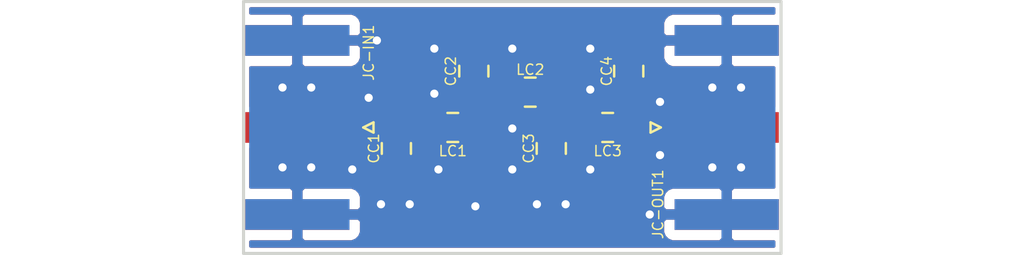
<source format=kicad_pcb>
(kicad_pcb (version 20171130) (host pcbnew "(5.0.1-3-g963ef8bb5)")

  (general
    (thickness 1.6)
    (drawings 4)
    (tracks 35)
    (zones 0)
    (modules 9)
    (nets 6)
  )

  (page A4)
  (layers
    (0 F.Cu signal)
    (31 B.Cu signal)
    (32 B.Adhes user)
    (33 F.Adhes user)
    (34 B.Paste user)
    (35 F.Paste user)
    (36 B.SilkS user)
    (37 F.SilkS user)
    (38 B.Mask user)
    (39 F.Mask user)
    (40 Dwgs.User user)
    (41 Cmts.User user)
    (42 Eco1.User user)
    (43 Eco2.User user)
    (44 Edge.Cuts user)
    (45 Margin user)
    (46 B.CrtYd user)
    (47 F.CrtYd user)
    (48 B.Fab user)
    (49 F.Fab user)
  )

  (setup
    (last_trace_width 0.32)
    (trace_clearance 0.2)
    (zone_clearance 0.2)
    (zone_45_only no)
    (trace_min 0.2)
    (segment_width 0.2)
    (edge_width 0.15)
    (via_size 0.8)
    (via_drill 0.4)
    (via_min_size 0.4)
    (via_min_drill 0.3)
    (uvia_size 0.3)
    (uvia_drill 0.1)
    (uvias_allowed no)
    (uvia_min_size 0.2)
    (uvia_min_drill 0.1)
    (pcb_text_width 0.3)
    (pcb_text_size 1.5 1.5)
    (mod_edge_width 0.15)
    (mod_text_size 1 1)
    (mod_text_width 0.15)
    (pad_size 1 1)
    (pad_drill 0.65)
    (pad_to_mask_clearance 0.051)
    (solder_mask_min_width 0.25)
    (aux_axis_origin 0 0)
    (visible_elements FFFFFF7F)
    (pcbplotparams
      (layerselection 0x010fc_ffffffff)
      (usegerberextensions false)
      (usegerberattributes false)
      (usegerberadvancedattributes false)
      (creategerberjobfile false)
      (excludeedgelayer true)
      (linewidth 0.050000)
      (plotframeref false)
      (viasonmask false)
      (mode 1)
      (useauxorigin false)
      (hpglpennumber 1)
      (hpglpenspeed 20)
      (hpglpendiameter 15.000000)
      (psnegative false)
      (psa4output false)
      (plotreference true)
      (plotvalue true)
      (plotinvisibletext false)
      (padsonsilk false)
      (subtractmaskfromsilk false)
      (outputformat 1)
      (mirror false)
      (drillshape 1)
      (scaleselection 1)
      (outputdirectory ""))
  )

  (net 0 "")
  (net 1 GND)
  (net 2 "Net-(CC1-Pad1)")
  (net 3 "Net-(CC2-Pad1)")
  (net 4 "Net-(CC3-Pad1)")
  (net 5 "Net-(CC4-Pad1)")

  (net_class Default "This is the default net class."
    (clearance 0.2)
    (trace_width 0.32)
    (via_dia 0.8)
    (via_drill 0.4)
    (uvia_dia 0.3)
    (uvia_drill 0.1)
    (add_net GND)
    (add_net "Net-(CC1-Pad1)")
    (add_net "Net-(CC2-Pad1)")
    (add_net "Net-(CC3-Pad1)")
    (add_net "Net-(CC4-Pad1)")
  )

  (module Capacitor_SMD:C_0805_2012Metric_Pad1.15x1.40mm_HandSolder (layer F.Cu) (tedit 5C751925) (tstamp 5C81F0EF)
    (at 100.55 51.875 270)
    (descr "Capacitor SMD 0805 (2012 Metric), square (rectangular) end terminal, IPC_7351 nominal with elongated pad for handsoldering. (Body size source: https://docs.google.com/spreadsheets/d/1BsfQQcO9C6DZCsRaXUlFlo91Tg2WpOkGARC1WS5S8t0/edit?usp=sharing), generated with kicad-footprint-generator")
    (tags "capacitor handsolder")
    (path /5C75DFB2)
    (attr smd)
    (fp_text reference CC1 (at 0 1.1 270) (layer F.SilkS)
      (effects (font (size 0.5 0.5) (thickness 0.07)))
    )
    (fp_text value C (at 0 1.65 270) (layer F.Fab) hide
      (effects (font (size 1 1) (thickness 0.15)))
    )
    (fp_line (start -1 0.6) (end -1 -0.6) (layer F.Fab) (width 0.1))
    (fp_line (start -1 -0.6) (end 1 -0.6) (layer F.Fab) (width 0.1))
    (fp_line (start 1 -0.6) (end 1 0.6) (layer F.Fab) (width 0.1))
    (fp_line (start 1 0.6) (end -1 0.6) (layer F.Fab) (width 0.1))
    (fp_line (start -0.261252 -0.71) (end 0.261252 -0.71) (layer F.SilkS) (width 0.12))
    (fp_line (start -0.261252 0.71) (end 0.261252 0.71) (layer F.SilkS) (width 0.12))
    (fp_line (start -1.85 0.95) (end -1.85 -0.95) (layer F.CrtYd) (width 0.05))
    (fp_line (start -1.85 -0.95) (end 1.85 -0.95) (layer F.CrtYd) (width 0.05))
    (fp_line (start 1.85 -0.95) (end 1.85 0.95) (layer F.CrtYd) (width 0.05))
    (fp_line (start 1.85 0.95) (end -1.85 0.95) (layer F.CrtYd) (width 0.05))
    (fp_text user %R (at 0 0 270) (layer F.Fab) hide
      (effects (font (size 0.5 0.5) (thickness 0.08)))
    )
    (pad 1 smd roundrect (at -1.025 0 270) (size 1.15 1.4) (layers F.Cu F.Paste F.Mask) (roundrect_rratio 0.217391)
      (net 2 "Net-(CC1-Pad1)"))
    (pad 2 smd roundrect (at 1.025 0 270) (size 1.15 1.4) (layers F.Cu F.Paste F.Mask) (roundrect_rratio 0.217391)
      (net 1 GND))
    (model ${KISYS3DMOD}/Capacitor_SMD.3dshapes/C_0805_2012Metric.wrl
      (at (xyz 0 0 0))
      (scale (xyz 1 1 1))
      (rotate (xyz 0 0 0))
    )
  )

  (module Capacitor_SMD:C_0805_2012Metric_Pad1.15x1.40mm_HandSolder (layer F.Cu) (tedit 5C75192D) (tstamp 5C818E90)
    (at 104.325 48.1 90)
    (descr "Capacitor SMD 0805 (2012 Metric), square (rectangular) end terminal, IPC_7351 nominal with elongated pad for handsoldering. (Body size source: https://docs.google.com/spreadsheets/d/1BsfQQcO9C6DZCsRaXUlFlo91Tg2WpOkGARC1WS5S8t0/edit?usp=sharing), generated with kicad-footprint-generator")
    (tags "capacitor handsolder")
    (path /5C75E003)
    (attr smd)
    (fp_text reference CC2 (at 0 -1.125 90) (layer F.SilkS)
      (effects (font (size 0.5 0.5) (thickness 0.07)))
    )
    (fp_text value C (at 0 1.65 90) (layer F.Fab) hide
      (effects (font (size 1 1) (thickness 0.15)))
    )
    (fp_text user %R (at 0 0 90) (layer F.Fab) hide
      (effects (font (size 0.5 0.5) (thickness 0.08)))
    )
    (fp_line (start 1.85 0.95) (end -1.85 0.95) (layer F.CrtYd) (width 0.05))
    (fp_line (start 1.85 -0.95) (end 1.85 0.95) (layer F.CrtYd) (width 0.05))
    (fp_line (start -1.85 -0.95) (end 1.85 -0.95) (layer F.CrtYd) (width 0.05))
    (fp_line (start -1.85 0.95) (end -1.85 -0.95) (layer F.CrtYd) (width 0.05))
    (fp_line (start -0.261252 0.71) (end 0.261252 0.71) (layer F.SilkS) (width 0.12))
    (fp_line (start -0.261252 -0.71) (end 0.261252 -0.71) (layer F.SilkS) (width 0.12))
    (fp_line (start 1 0.6) (end -1 0.6) (layer F.Fab) (width 0.1))
    (fp_line (start 1 -0.6) (end 1 0.6) (layer F.Fab) (width 0.1))
    (fp_line (start -1 -0.6) (end 1 -0.6) (layer F.Fab) (width 0.1))
    (fp_line (start -1 0.6) (end -1 -0.6) (layer F.Fab) (width 0.1))
    (pad 2 smd roundrect (at 1.025 0 90) (size 1.15 1.4) (layers F.Cu F.Paste F.Mask) (roundrect_rratio 0.217391)
      (net 1 GND))
    (pad 1 smd roundrect (at -1.025 0 90) (size 1.15 1.4) (layers F.Cu F.Paste F.Mask) (roundrect_rratio 0.217391)
      (net 3 "Net-(CC2-Pad1)"))
    (model ${KISYS3DMOD}/Capacitor_SMD.3dshapes/C_0805_2012Metric.wrl
      (at (xyz 0 0 0))
      (scale (xyz 1 1 1))
      (rotate (xyz 0 0 0))
    )
  )

  (module Capacitor_SMD:C_0805_2012Metric_Pad1.15x1.40mm_HandSolder (layer F.Cu) (tedit 5C751CEE) (tstamp 5C818EA1)
    (at 108.1 51.875 270)
    (descr "Capacitor SMD 0805 (2012 Metric), square (rectangular) end terminal, IPC_7351 nominal with elongated pad for handsoldering. (Body size source: https://docs.google.com/spreadsheets/d/1BsfQQcO9C6DZCsRaXUlFlo91Tg2WpOkGARC1WS5S8t0/edit?usp=sharing), generated with kicad-footprint-generator")
    (tags "capacitor handsolder")
    (path /5C75E009)
    (attr smd)
    (fp_text reference CC3 (at 0 1.1 270) (layer F.SilkS)
      (effects (font (size 0.5 0.5) (thickness 0.07)))
    )
    (fp_text value C (at 0 1.65 270) (layer F.Fab) hide
      (effects (font (size 1 1) (thickness 0.15)))
    )
    (fp_line (start -1 0.6) (end -1 -0.6) (layer F.Fab) (width 0.1))
    (fp_line (start -1 -0.6) (end 1 -0.6) (layer F.Fab) (width 0.1))
    (fp_line (start 1 -0.6) (end 1 0.6) (layer F.Fab) (width 0.1))
    (fp_line (start 1 0.6) (end -1 0.6) (layer F.Fab) (width 0.1))
    (fp_line (start -0.261252 -0.71) (end 0.261252 -0.71) (layer F.SilkS) (width 0.12))
    (fp_line (start -0.261252 0.71) (end 0.261252 0.71) (layer F.SilkS) (width 0.12))
    (fp_line (start -1.85 0.95) (end -1.85 -0.95) (layer F.CrtYd) (width 0.05))
    (fp_line (start -1.85 -0.95) (end 1.85 -0.95) (layer F.CrtYd) (width 0.05))
    (fp_line (start 1.85 -0.95) (end 1.85 0.95) (layer F.CrtYd) (width 0.05))
    (fp_line (start 1.85 0.95) (end -1.85 0.95) (layer F.CrtYd) (width 0.05))
    (fp_text user %R (at 0 0 270) (layer F.Fab) hide
      (effects (font (size 0.5 0.5) (thickness 0.08)))
    )
    (pad 1 smd roundrect (at -1.025 0 270) (size 1.15 1.4) (layers F.Cu F.Paste F.Mask) (roundrect_rratio 0.217391)
      (net 4 "Net-(CC3-Pad1)"))
    (pad 2 smd roundrect (at 1.025 0 270) (size 1.15 1.4) (layers F.Cu F.Paste F.Mask) (roundrect_rratio 0.217391)
      (net 1 GND))
    (model ${KISYS3DMOD}/Capacitor_SMD.3dshapes/C_0805_2012Metric.wrl
      (at (xyz 0 0 0))
      (scale (xyz 1 1 1))
      (rotate (xyz 0 0 0))
    )
  )

  (module Capacitor_SMD:C_0805_2012Metric_Pad1.15x1.40mm_HandSolder (layer F.Cu) (tedit 5C751949) (tstamp 5C818EB2)
    (at 111.875 48.1 90)
    (descr "Capacitor SMD 0805 (2012 Metric), square (rectangular) end terminal, IPC_7351 nominal with elongated pad for handsoldering. (Body size source: https://docs.google.com/spreadsheets/d/1BsfQQcO9C6DZCsRaXUlFlo91Tg2WpOkGARC1WS5S8t0/edit?usp=sharing), generated with kicad-footprint-generator")
    (tags "capacitor handsolder")
    (path /5C772C29)
    (attr smd)
    (fp_text reference CC4 (at 0 -1.075 90) (layer F.SilkS)
      (effects (font (size 0.5 0.5) (thickness 0.07)))
    )
    (fp_text value C (at 0 1.65 90) (layer F.Fab) hide
      (effects (font (size 1 1) (thickness 0.15)))
    )
    (fp_text user %R (at 0 0 90) (layer F.Fab) hide
      (effects (font (size 0.5 0.5) (thickness 0.08)))
    )
    (fp_line (start 1.85 0.95) (end -1.85 0.95) (layer F.CrtYd) (width 0.05))
    (fp_line (start 1.85 -0.95) (end 1.85 0.95) (layer F.CrtYd) (width 0.05))
    (fp_line (start -1.85 -0.95) (end 1.85 -0.95) (layer F.CrtYd) (width 0.05))
    (fp_line (start -1.85 0.95) (end -1.85 -0.95) (layer F.CrtYd) (width 0.05))
    (fp_line (start -0.261252 0.71) (end 0.261252 0.71) (layer F.SilkS) (width 0.12))
    (fp_line (start -0.261252 -0.71) (end 0.261252 -0.71) (layer F.SilkS) (width 0.12))
    (fp_line (start 1 0.6) (end -1 0.6) (layer F.Fab) (width 0.1))
    (fp_line (start 1 -0.6) (end 1 0.6) (layer F.Fab) (width 0.1))
    (fp_line (start -1 -0.6) (end 1 -0.6) (layer F.Fab) (width 0.1))
    (fp_line (start -1 0.6) (end -1 -0.6) (layer F.Fab) (width 0.1))
    (pad 2 smd roundrect (at 1.025 0 90) (size 1.15 1.4) (layers F.Cu F.Paste F.Mask) (roundrect_rratio 0.217391)
      (net 1 GND))
    (pad 1 smd roundrect (at -1.025 0 90) (size 1.15 1.4) (layers F.Cu F.Paste F.Mask) (roundrect_rratio 0.217391)
      (net 5 "Net-(CC4-Pad1)"))
    (model ${KISYS3DMOD}/Capacitor_SMD.3dshapes/C_0805_2012Metric.wrl
      (at (xyz 0 0 0))
      (scale (xyz 1 1 1))
      (rotate (xyz 0 0 0))
    )
  )

  (module Connector_Coaxial:SMA_Amphenol_132289_EdgeMount (layer F.Cu) (tedit 5C7518E5) (tstamp 5C81CF46)
    (at 95.725 50.85 180)
    (descr http://www.amphenolrf.com/132289.html)
    (tags SMA)
    (path /5C75DFA6)
    (attr smd)
    (fp_text reference JC-IN1 (at -3.475 3.65 270) (layer F.SilkS)
      (effects (font (size 0.5 0.5) (thickness 0.07)))
    )
    (fp_text value Conn_Coaxial (at 5 6 180) (layer F.Fab) hide
      (effects (font (size 1 1) (thickness 0.15)))
    )
    (fp_line (start -3.71 0.25) (end -3.21 0) (layer F.SilkS) (width 0.12))
    (fp_line (start -3.71 -0.25) (end -3.71 0.25) (layer F.SilkS) (width 0.12))
    (fp_line (start -3.21 0) (end -3.71 -0.25) (layer F.SilkS) (width 0.12))
    (fp_line (start 3.54 0) (end 2.54 0.75) (layer F.Fab) (width 0.1))
    (fp_line (start 2.54 -0.75) (end 3.54 0) (layer F.Fab) (width 0.1))
    (fp_text user %R (at 4.79 0 90) (layer F.Fab) hide
      (effects (font (size 1 1) (thickness 0.15)))
    )
    (fp_line (start 14.47 -5.58) (end -3.04 -5.58) (layer F.CrtYd) (width 0.05))
    (fp_line (start 14.47 -5.58) (end 14.47 5.58) (layer F.CrtYd) (width 0.05))
    (fp_line (start 14.47 5.58) (end -3.04 5.58) (layer F.CrtYd) (width 0.05))
    (fp_line (start -3.04 5.58) (end -3.04 -5.58) (layer F.CrtYd) (width 0.05))
    (fp_line (start 14.47 -5.58) (end -3.04 -5.58) (layer B.CrtYd) (width 0.05))
    (fp_line (start 14.47 -5.58) (end 14.47 5.58) (layer B.CrtYd) (width 0.05))
    (fp_line (start 14.47 5.58) (end -3.04 5.58) (layer B.CrtYd) (width 0.05))
    (fp_line (start -3.04 5.58) (end -3.04 -5.58) (layer B.CrtYd) (width 0.05))
    (fp_line (start 4.445 -3.81) (end 13.97 -3.81) (layer F.Fab) (width 0.1))
    (fp_line (start 13.97 -3.81) (end 13.97 3.81) (layer F.Fab) (width 0.1))
    (fp_line (start 13.97 3.81) (end 4.445 3.81) (layer F.Fab) (width 0.1))
    (fp_line (start 4.445 5.08) (end 4.445 3.81) (layer F.Fab) (width 0.1))
    (fp_line (start 4.445 -3.81) (end 4.445 -5.08) (layer F.Fab) (width 0.1))
    (fp_line (start -1.91 -5.08) (end 4.445 -5.08) (layer F.Fab) (width 0.1))
    (fp_line (start -1.91 -5.08) (end -1.91 -3.81) (layer F.Fab) (width 0.1))
    (fp_line (start -1.91 -3.81) (end 2.54 -3.81) (layer F.Fab) (width 0.1))
    (fp_line (start 2.54 -3.81) (end 2.54 3.81) (layer F.Fab) (width 0.1))
    (fp_line (start 2.54 3.81) (end -1.91 3.81) (layer F.Fab) (width 0.1))
    (fp_line (start -1.91 3.81) (end -1.91 5.08) (layer F.Fab) (width 0.1))
    (fp_line (start -1.91 5.08) (end 4.445 5.08) (layer F.Fab) (width 0.1))
    (pad 2 smd rect (at 0 4.25 270) (size 1.5 5.08) (layers B.Cu B.Paste B.Mask)
      (net 1 GND))
    (pad 2 smd rect (at 0 -4.25 270) (size 1.5 5.08) (layers B.Cu B.Paste B.Mask)
      (net 1 GND))
    (pad 2 smd rect (at 0 4.25 270) (size 1.5 5.08) (layers F.Cu F.Paste F.Mask)
      (net 1 GND))
    (pad 2 smd rect (at 0 -4.25 270) (size 1.5 5.08) (layers F.Cu F.Paste F.Mask)
      (net 1 GND))
    (pad 1 smd rect (at 0 0 270) (size 1.5 5.08) (layers F.Cu F.Paste F.Mask)
      (net 2 "Net-(CC1-Pad1)"))
    (model ${KISYS3DMOD}/Connector_Coaxial.3dshapes/SMA_Amphenol_132289_EdgeMount.wrl
      (at (xyz 0 0 0))
      (scale (xyz 1 1 1))
      (rotate (xyz 0 0 0))
    )
  )

  (module Connector_Coaxial:SMA_Amphenol_132289_EdgeMount (layer F.Cu) (tedit 5C751956) (tstamp 5C81FB15)
    (at 116.65 50.85)
    (descr http://www.amphenolrf.com/132289.html)
    (tags SMA)
    (path /5C75DFCA)
    (attr smd)
    (fp_text reference JC-OUT1 (at -3.35 3.75 90) (layer F.SilkS)
      (effects (font (size 0.5 0.5) (thickness 0.07)))
    )
    (fp_text value Conn_Coaxial (at 5 6) (layer F.Fab) hide
      (effects (font (size 1 1) (thickness 0.15)))
    )
    (fp_line (start -1.91 5.08) (end 4.445 5.08) (layer F.Fab) (width 0.1))
    (fp_line (start -1.91 3.81) (end -1.91 5.08) (layer F.Fab) (width 0.1))
    (fp_line (start 2.54 3.81) (end -1.91 3.81) (layer F.Fab) (width 0.1))
    (fp_line (start 2.54 -3.81) (end 2.54 3.81) (layer F.Fab) (width 0.1))
    (fp_line (start -1.91 -3.81) (end 2.54 -3.81) (layer F.Fab) (width 0.1))
    (fp_line (start -1.91 -5.08) (end -1.91 -3.81) (layer F.Fab) (width 0.1))
    (fp_line (start -1.91 -5.08) (end 4.445 -5.08) (layer F.Fab) (width 0.1))
    (fp_line (start 4.445 -3.81) (end 4.445 -5.08) (layer F.Fab) (width 0.1))
    (fp_line (start 4.445 5.08) (end 4.445 3.81) (layer F.Fab) (width 0.1))
    (fp_line (start 13.97 3.81) (end 4.445 3.81) (layer F.Fab) (width 0.1))
    (fp_line (start 13.97 -3.81) (end 13.97 3.81) (layer F.Fab) (width 0.1))
    (fp_line (start 4.445 -3.81) (end 13.97 -3.81) (layer F.Fab) (width 0.1))
    (fp_line (start -3.04 5.58) (end -3.04 -5.58) (layer B.CrtYd) (width 0.05))
    (fp_line (start 14.47 5.58) (end -3.04 5.58) (layer B.CrtYd) (width 0.05))
    (fp_line (start 14.47 -5.58) (end 14.47 5.58) (layer B.CrtYd) (width 0.05))
    (fp_line (start 14.47 -5.58) (end -3.04 -5.58) (layer B.CrtYd) (width 0.05))
    (fp_line (start -3.04 5.58) (end -3.04 -5.58) (layer F.CrtYd) (width 0.05))
    (fp_line (start 14.47 5.58) (end -3.04 5.58) (layer F.CrtYd) (width 0.05))
    (fp_line (start 14.47 -5.58) (end 14.47 5.58) (layer F.CrtYd) (width 0.05))
    (fp_line (start 14.47 -5.58) (end -3.04 -5.58) (layer F.CrtYd) (width 0.05))
    (fp_text user %R (at 4.79 0 -90) (layer F.Fab) hide
      (effects (font (size 1 1) (thickness 0.15)))
    )
    (fp_line (start 2.54 -0.75) (end 3.54 0) (layer F.Fab) (width 0.1))
    (fp_line (start 3.54 0) (end 2.54 0.75) (layer F.Fab) (width 0.1))
    (fp_line (start -3.21 0) (end -3.71 -0.25) (layer F.SilkS) (width 0.12))
    (fp_line (start -3.71 -0.25) (end -3.71 0.25) (layer F.SilkS) (width 0.12))
    (fp_line (start -3.71 0.25) (end -3.21 0) (layer F.SilkS) (width 0.12))
    (pad 1 smd rect (at 0 0 90) (size 1.5 5.08) (layers F.Cu F.Paste F.Mask)
      (net 5 "Net-(CC4-Pad1)"))
    (pad 2 smd rect (at 0 -4.25 90) (size 1.5 5.08) (layers F.Cu F.Paste F.Mask)
      (net 1 GND))
    (pad 2 smd rect (at 0 4.25 90) (size 1.5 5.08) (layers F.Cu F.Paste F.Mask)
      (net 1 GND))
    (pad 2 smd rect (at 0 -4.25 90) (size 1.5 5.08) (layers B.Cu B.Paste B.Mask)
      (net 1 GND))
    (pad 2 smd rect (at 0 4.25 90) (size 1.5 5.08) (layers B.Cu B.Paste B.Mask)
      (net 1 GND))
    (model ${KISYS3DMOD}/Connector_Coaxial.3dshapes/SMA_Amphenol_132289_EdgeMount.wrl
      (at (xyz 0 0 0))
      (scale (xyz 1 1 1))
      (rotate (xyz 0 0 0))
    )
  )

  (module Inductor_SMD:L_0805_2012Metric_Pad1.15x1.40mm_HandSolder (layer F.Cu) (tedit 5C751CD6) (tstamp 5C818FB5)
    (at 103.3 50.85)
    (descr "Capacitor SMD 0805 (2012 Metric), square (rectangular) end terminal, IPC_7351 nominal with elongated pad for handsoldering. (Body size source: https://docs.google.com/spreadsheets/d/1BsfQQcO9C6DZCsRaXUlFlo91Tg2WpOkGARC1WS5S8t0/edit?usp=sharing), generated with kicad-footprint-generator")
    (tags "inductor handsolder")
    (path /5C75DFBE)
    (attr smd)
    (fp_text reference LC1 (at 0 1.15) (layer F.SilkS)
      (effects (font (size 0.5 0.5) (thickness 0.07)))
    )
    (fp_text value L (at 0 1.65) (layer F.Fab) hide
      (effects (font (size 1 1) (thickness 0.15)))
    )
    (fp_line (start -1 0.6) (end -1 -0.6) (layer F.Fab) (width 0.1))
    (fp_line (start -1 -0.6) (end 1 -0.6) (layer F.Fab) (width 0.1))
    (fp_line (start 1 -0.6) (end 1 0.6) (layer F.Fab) (width 0.1))
    (fp_line (start 1 0.6) (end -1 0.6) (layer F.Fab) (width 0.1))
    (fp_line (start -0.261252 -0.71) (end 0.261252 -0.71) (layer F.SilkS) (width 0.12))
    (fp_line (start -0.261252 0.71) (end 0.261252 0.71) (layer F.SilkS) (width 0.12))
    (fp_line (start -1.85 0.95) (end -1.85 -0.95) (layer F.CrtYd) (width 0.05))
    (fp_line (start -1.85 -0.95) (end 1.85 -0.95) (layer F.CrtYd) (width 0.05))
    (fp_line (start 1.85 -0.95) (end 1.85 0.95) (layer F.CrtYd) (width 0.05))
    (fp_line (start 1.85 0.95) (end -1.85 0.95) (layer F.CrtYd) (width 0.05))
    (fp_text user %R (at 0 0) (layer F.Fab) hide
      (effects (font (size 0.5 0.5) (thickness 0.08)))
    )
    (pad 1 smd roundrect (at -1.025 0) (size 1.15 1.4) (layers F.Cu F.Paste F.Mask) (roundrect_rratio 0.217391)
      (net 2 "Net-(CC1-Pad1)"))
    (pad 2 smd roundrect (at 1.025 0) (size 1.15 1.4) (layers F.Cu F.Paste F.Mask) (roundrect_rratio 0.217391)
      (net 3 "Net-(CC2-Pad1)"))
    (model ${KISYS3DMOD}/Inductor_SMD.3dshapes/L_0805_2012Metric.wrl
      (at (xyz 0 0 0))
      (scale (xyz 1 1 1))
      (rotate (xyz 0 0 0))
    )
  )

  (module Inductor_SMD:L_0805_2012Metric_Pad1.15x1.40mm_HandSolder (layer F.Cu) (tedit 5C751938) (tstamp 5C818FC6)
    (at 107.075 49.125)
    (descr "Capacitor SMD 0805 (2012 Metric), square (rectangular) end terminal, IPC_7351 nominal with elongated pad for handsoldering. (Body size source: https://docs.google.com/spreadsheets/d/1BsfQQcO9C6DZCsRaXUlFlo91Tg2WpOkGARC1WS5S8t0/edit?usp=sharing), generated with kicad-footprint-generator")
    (tags "inductor handsolder")
    (path /5C75E00F)
    (attr smd)
    (fp_text reference LC2 (at 0 -1.1) (layer F.SilkS)
      (effects (font (size 0.5 0.5) (thickness 0.07)))
    )
    (fp_text value L (at 0 1.65) (layer F.Fab) hide
      (effects (font (size 1 1) (thickness 0.15)))
    )
    (fp_text user %R (at 0 0) (layer F.Fab) hide
      (effects (font (size 0.5 0.5) (thickness 0.08)))
    )
    (fp_line (start 1.85 0.95) (end -1.85 0.95) (layer F.CrtYd) (width 0.05))
    (fp_line (start 1.85 -0.95) (end 1.85 0.95) (layer F.CrtYd) (width 0.05))
    (fp_line (start -1.85 -0.95) (end 1.85 -0.95) (layer F.CrtYd) (width 0.05))
    (fp_line (start -1.85 0.95) (end -1.85 -0.95) (layer F.CrtYd) (width 0.05))
    (fp_line (start -0.261252 0.71) (end 0.261252 0.71) (layer F.SilkS) (width 0.12))
    (fp_line (start -0.261252 -0.71) (end 0.261252 -0.71) (layer F.SilkS) (width 0.12))
    (fp_line (start 1 0.6) (end -1 0.6) (layer F.Fab) (width 0.1))
    (fp_line (start 1 -0.6) (end 1 0.6) (layer F.Fab) (width 0.1))
    (fp_line (start -1 -0.6) (end 1 -0.6) (layer F.Fab) (width 0.1))
    (fp_line (start -1 0.6) (end -1 -0.6) (layer F.Fab) (width 0.1))
    (pad 2 smd roundrect (at 1.025 0) (size 1.15 1.4) (layers F.Cu F.Paste F.Mask) (roundrect_rratio 0.217391)
      (net 4 "Net-(CC3-Pad1)"))
    (pad 1 smd roundrect (at -1.025 0) (size 1.15 1.4) (layers F.Cu F.Paste F.Mask) (roundrect_rratio 0.217391)
      (net 3 "Net-(CC2-Pad1)"))
    (model ${KISYS3DMOD}/Inductor_SMD.3dshapes/L_0805_2012Metric.wrl
      (at (xyz 0 0 0))
      (scale (xyz 1 1 1))
      (rotate (xyz 0 0 0))
    )
  )

  (module Inductor_SMD:L_0805_2012Metric_Pad1.15x1.40mm_HandSolder (layer F.Cu) (tedit 5C751CDB) (tstamp 5C818FD7)
    (at 110.85 50.85)
    (descr "Capacitor SMD 0805 (2012 Metric), square (rectangular) end terminal, IPC_7351 nominal with elongated pad for handsoldering. (Body size source: https://docs.google.com/spreadsheets/d/1BsfQQcO9C6DZCsRaXUlFlo91Tg2WpOkGARC1WS5S8t0/edit?usp=sharing), generated with kicad-footprint-generator")
    (tags "inductor handsolder")
    (path /5C75E01C)
    (attr smd)
    (fp_text reference LC3 (at 0 1.15) (layer F.SilkS)
      (effects (font (size 0.5 0.5) (thickness 0.07)))
    )
    (fp_text value L (at 0 1.65) (layer F.Fab) hide
      (effects (font (size 1 1) (thickness 0.15)))
    )
    (fp_line (start -1 0.6) (end -1 -0.6) (layer F.Fab) (width 0.1))
    (fp_line (start -1 -0.6) (end 1 -0.6) (layer F.Fab) (width 0.1))
    (fp_line (start 1 -0.6) (end 1 0.6) (layer F.Fab) (width 0.1))
    (fp_line (start 1 0.6) (end -1 0.6) (layer F.Fab) (width 0.1))
    (fp_line (start -0.261252 -0.71) (end 0.261252 -0.71) (layer F.SilkS) (width 0.12))
    (fp_line (start -0.261252 0.71) (end 0.261252 0.71) (layer F.SilkS) (width 0.12))
    (fp_line (start -1.85 0.95) (end -1.85 -0.95) (layer F.CrtYd) (width 0.05))
    (fp_line (start -1.85 -0.95) (end 1.85 -0.95) (layer F.CrtYd) (width 0.05))
    (fp_line (start 1.85 -0.95) (end 1.85 0.95) (layer F.CrtYd) (width 0.05))
    (fp_line (start 1.85 0.95) (end -1.85 0.95) (layer F.CrtYd) (width 0.05))
    (fp_text user %R (at 0 0) (layer F.Fab) hide
      (effects (font (size 0.5 0.5) (thickness 0.08)))
    )
    (pad 1 smd roundrect (at -1.025 0) (size 1.15 1.4) (layers F.Cu F.Paste F.Mask) (roundrect_rratio 0.217391)
      (net 4 "Net-(CC3-Pad1)"))
    (pad 2 smd roundrect (at 1.025 0) (size 1.15 1.4) (layers F.Cu F.Paste F.Mask) (roundrect_rratio 0.217391)
      (net 5 "Net-(CC4-Pad1)"))
    (model ${KISYS3DMOD}/Inductor_SMD.3dshapes/L_0805_2012Metric.wrl
      (at (xyz 0 0 0))
      (scale (xyz 1 1 1))
      (rotate (xyz 0 0 0))
    )
  )

  (gr_line (start 93.1 57) (end 119.3 57) (layer Edge.Cuts) (width 0.15) (tstamp 5C756180))
  (gr_line (start 93.1 44.7) (end 119.3 44.7) (layer Edge.Cuts) (width 0.15) (tstamp 5C81E4E6))
  (gr_line (start 93.1 44.7) (end 93.1 57) (layer Edge.Cuts) (width 0.15) (tstamp 5C81E4E2))
  (gr_line (start 119.3 57) (end 119.3 44.7) (layer Edge.Cuts) (width 0.15) (tstamp 5C81DD20))

  (via (at 96.4 48.9) (size 0.8) (drill 0.4) (layers F.Cu B.Cu) (net 1) (tstamp 5C81E0EA))
  (via (at 95 48.9) (size 0.8) (drill 0.4) (layers F.Cu B.Cu) (net 1) (tstamp 5C81E0EB))
  (via (at 95 52.8) (size 0.8) (drill 0.4) (layers F.Cu B.Cu) (net 1) (tstamp 5C81E0F4))
  (via (at 96.4 52.8) (size 0.8) (drill 0.4) (layers F.Cu B.Cu) (net 1) (tstamp 5C81E0F5))
  (via (at 115.95 48.9) (size 0.8) (drill 0.4) (layers F.Cu B.Cu) (net 1) (tstamp 5C81FAF1))
  (via (at 117.35 48.9) (size 0.8) (drill 0.4) (layers F.Cu B.Cu) (net 1) (tstamp 5C81FAEE))
  (via (at 115.95 52.8) (size 0.8) (drill 0.4) (layers F.Cu B.Cu) (net 1) (tstamp 5C81FAE8))
  (via (at 117.35 52.8) (size 0.8) (drill 0.4) (layers F.Cu B.Cu) (net 1) (tstamp 5C81FAEB))
  (via (at 98.4 52.9) (size 0.8) (drill 0.4) (layers F.Cu B.Cu) (net 1) (tstamp 5C81E143))
  (via (at 102.4 47) (size 0.8) (drill 0.4) (layers F.Cu B.Cu) (net 1) (tstamp 5C81E131))
  (via (at 102.6 52.9) (size 0.8) (drill 0.4) (layers F.Cu B.Cu) (net 1) (tstamp 5C81FD3D))
  (via (at 106.2 52.9) (size 0.8) (drill 0.4) (layers F.Cu B.Cu) (net 1) (tstamp 5C81FD3F))
  (via (at 110 52.9) (size 0.8) (drill 0.4) (layers F.Cu B.Cu) (net 1) (tstamp 5C81FD41))
  (via (at 106.2 47) (size 0.8) (drill 0.4) (layers F.Cu B.Cu) (net 1) (tstamp 5C81FD43))
  (via (at 110 47) (size 0.8) (drill 0.4) (layers F.Cu B.Cu) (net 1) (tstamp 5C81FD45))
  (via (at 101.2 54.6) (size 0.8) (drill 0.4) (layers F.Cu B.Cu) (net 1) (tstamp 5C81FD91))
  (via (at 99.8 54.6) (size 0.8) (drill 0.4) (layers F.Cu B.Cu) (net 1) (tstamp 5C81FD92))
  (via (at 99.2 49.4) (size 0.8) (drill 0.4) (layers F.Cu B.Cu) (net 1) (tstamp 5C81FDC4))
  (via (at 102.4 49.2) (size 0.8) (drill 0.4) (layers F.Cu B.Cu) (net 1) (tstamp 5C81FDC6))
  (via (at 108.8 54.6) (size 0.8) (drill 0.4) (layers F.Cu B.Cu) (net 1) (tstamp 5C81FDD1))
  (via (at 107.4 54.6) (size 0.8) (drill 0.4) (layers F.Cu B.Cu) (net 1) (tstamp 5C81FDD2))
  (via (at 113.4 49.6) (size 0.8) (drill 0.4) (layers F.Cu B.Cu) (net 1) (tstamp 5C81FDDA))
  (via (at 113.4 52.2) (size 0.8) (drill 0.4) (layers F.Cu B.Cu) (net 1) (tstamp 5C81FDDC))
  (via (at 112.9 55.1) (size 0.8) (drill 0.4) (layers F.Cu B.Cu) (net 1) (tstamp 5C81FDDE))
  (via (at 110 49) (size 0.8) (drill 0.4) (layers F.Cu B.Cu) (net 1) (tstamp 5C81FFE2))
  (via (at 106.2 50.9) (size 0.8) (drill 0.4) (layers F.Cu B.Cu) (net 1) (tstamp 5C81FFE4))
  (via (at 104.4 54.7) (size 0.8) (drill 0.4) (layers F.Cu B.Cu) (net 1) (tstamp 5C75612E))
  (via (at 99.6 46.6) (size 0.8) (drill 0.4) (layers F.Cu B.Cu) (net 1) (tstamp 5C756154))
  (segment (start 95.725 50.85) (end 102.275 50.85) (width 0.32) (layer F.Cu) (net 2))
  (segment (start 104.325 50.85) (end 104.325 49.125) (width 0.32) (layer F.Cu) (net 3))
  (segment (start 106.05 49.125) (end 104.325 49.125) (width 0.32) (layer F.Cu) (net 3))
  (segment (start 108.1 49.125) (end 108.1 50.85) (width 0.32) (layer F.Cu) (net 4))
  (segment (start 109.825 50.85) (end 108.1 50.85) (width 0.32) (layer F.Cu) (net 4))
  (segment (start 111.875 49.125) (end 111.875 50.85) (width 0.32) (layer F.Cu) (net 5))
  (segment (start 116.65 50.85) (end 111.875 50.85) (width 0.32) (layer F.Cu) (net 5))

  (zone (net 1) (net_name GND) (layer F.Cu) (tstamp 5C81DD2A) (hatch edge 0.508)
    (connect_pads (clearance 0.2))
    (min_thickness 0.15)
    (fill yes (arc_segments 16) (thermal_gap 0.508) (thermal_bridge_width 0.508))
    (polygon
      (pts
        (xy 93.1 44.7) (xy 93.1 57) (xy 119.3 57) (xy 119.3 44.7)
      )
    )
    (filled_polygon
      (pts
        (xy 118.950001 45.267) (xy 116.97475 45.267) (xy 116.829 45.41275) (xy 116.829 46.421) (xy 116.849 46.421)
        (xy 116.849 46.779) (xy 116.829 46.779) (xy 116.829 47.78725) (xy 116.97475 47.933) (xy 118.950001 47.933)
        (xy 118.950001 49.819613) (xy 114.11 49.819613) (xy 114.002701 49.840956) (xy 113.911736 49.901736) (xy 113.850956 49.992701)
        (xy 113.829613 50.1) (xy 113.829613 50.415) (xy 112.730387 50.415) (xy 112.730387 50.399999) (xy 112.690014 50.197029)
        (xy 112.575041 50.024959) (xy 112.466277 49.952286) (xy 112.527971 49.940014) (xy 112.700041 49.825041) (xy 112.815014 49.652971)
        (xy 112.855387 49.450001) (xy 112.855387 48.799999) (xy 112.815014 48.597029) (xy 112.700041 48.424959) (xy 112.527971 48.309986)
        (xy 112.325001 48.269613) (xy 111.424999 48.269613) (xy 111.222029 48.309986) (xy 111.049959 48.424959) (xy 110.934986 48.597029)
        (xy 110.894613 48.799999) (xy 110.894613 49.450001) (xy 110.934986 49.652971) (xy 111.049959 49.825041) (xy 111.222029 49.940014)
        (xy 111.283723 49.952286) (xy 111.174959 50.024959) (xy 111.059986 50.197029) (xy 111.019613 50.399999) (xy 111.019613 51.300001)
        (xy 111.059986 51.502971) (xy 111.174959 51.675041) (xy 111.347029 51.790014) (xy 111.549999 51.830387) (xy 112.200001 51.830387)
        (xy 112.402971 51.790014) (xy 112.575041 51.675041) (xy 112.690014 51.502971) (xy 112.730387 51.300001) (xy 112.730387 51.285)
        (xy 113.829613 51.285) (xy 113.829613 51.6) (xy 113.850956 51.707299) (xy 113.911736 51.798264) (xy 114.002701 51.859044)
        (xy 114.11 51.880387) (xy 118.95 51.880387) (xy 118.95 53.767) (xy 116.97475 53.767) (xy 116.829 53.91275)
        (xy 116.829 54.921) (xy 116.849 54.921) (xy 116.849 55.279) (xy 116.829 55.279) (xy 116.829 56.28725)
        (xy 116.97475 56.433) (xy 118.95 56.433) (xy 118.95 56.65) (xy 93.45 56.65) (xy 93.45 56.433)
        (xy 95.40025 56.433) (xy 95.546 56.28725) (xy 95.546 55.279) (xy 95.904 55.279) (xy 95.904 56.28725)
        (xy 96.04975 56.433) (xy 98.380966 56.433) (xy 98.595243 56.344244) (xy 98.759244 56.180243) (xy 98.848 55.965966)
        (xy 98.848 55.42475) (xy 113.527 55.42475) (xy 113.527 55.965966) (xy 113.615756 56.180243) (xy 113.779757 56.344244)
        (xy 113.994034 56.433) (xy 116.32525 56.433) (xy 116.471 56.28725) (xy 116.471 55.279) (xy 113.67275 55.279)
        (xy 113.527 55.42475) (xy 98.848 55.42475) (xy 98.70225 55.279) (xy 95.904 55.279) (xy 95.546 55.279)
        (xy 95.526 55.279) (xy 95.526 54.921) (xy 95.546 54.921) (xy 95.546 53.91275) (xy 95.904 53.91275)
        (xy 95.904 54.921) (xy 98.70225 54.921) (xy 98.848 54.77525) (xy 98.848 54.234034) (xy 113.527 54.234034)
        (xy 113.527 54.77525) (xy 113.67275 54.921) (xy 116.471 54.921) (xy 116.471 53.91275) (xy 116.32525 53.767)
        (xy 113.994034 53.767) (xy 113.779757 53.855756) (xy 113.615756 54.019757) (xy 113.527 54.234034) (xy 98.848 54.234034)
        (xy 98.759244 54.019757) (xy 98.595243 53.855756) (xy 98.380966 53.767) (xy 96.04975 53.767) (xy 95.904 53.91275)
        (xy 95.546 53.91275) (xy 95.40025 53.767) (xy 93.45 53.767) (xy 93.45 53.22475) (xy 99.267 53.22475)
        (xy 99.267 53.590966) (xy 99.355756 53.805243) (xy 99.519757 53.969244) (xy 99.734034 54.058) (xy 100.22525 54.058)
        (xy 100.371 53.91225) (xy 100.371 53.079) (xy 100.729 53.079) (xy 100.729 53.91225) (xy 100.87475 54.058)
        (xy 101.365966 54.058) (xy 101.580243 53.969244) (xy 101.744244 53.805243) (xy 101.833 53.590966) (xy 101.833 53.22475)
        (xy 106.817 53.22475) (xy 106.817 53.590966) (xy 106.905756 53.805243) (xy 107.069757 53.969244) (xy 107.284034 54.058)
        (xy 107.77525 54.058) (xy 107.921 53.91225) (xy 107.921 53.079) (xy 108.279 53.079) (xy 108.279 53.91225)
        (xy 108.42475 54.058) (xy 108.915966 54.058) (xy 109.130243 53.969244) (xy 109.294244 53.805243) (xy 109.383 53.590966)
        (xy 109.383 53.22475) (xy 109.23725 53.079) (xy 108.279 53.079) (xy 107.921 53.079) (xy 106.96275 53.079)
        (xy 106.817 53.22475) (xy 101.833 53.22475) (xy 101.68725 53.079) (xy 100.729 53.079) (xy 100.371 53.079)
        (xy 99.41275 53.079) (xy 99.267 53.22475) (xy 93.45 53.22475) (xy 93.45 52.209034) (xy 99.267 52.209034)
        (xy 99.267 52.57525) (xy 99.41275 52.721) (xy 100.371 52.721) (xy 100.371 51.88775) (xy 100.729 51.88775)
        (xy 100.729 52.721) (xy 101.68725 52.721) (xy 101.833 52.57525) (xy 101.833 52.209034) (xy 106.817 52.209034)
        (xy 106.817 52.57525) (xy 106.96275 52.721) (xy 107.921 52.721) (xy 107.921 51.88775) (xy 108.279 51.88775)
        (xy 108.279 52.721) (xy 109.23725 52.721) (xy 109.383 52.57525) (xy 109.383 52.209034) (xy 109.294244 51.994757)
        (xy 109.130243 51.830756) (xy 108.915966 51.742) (xy 108.42475 51.742) (xy 108.279 51.88775) (xy 107.921 51.88775)
        (xy 107.77525 51.742) (xy 107.284034 51.742) (xy 107.069757 51.830756) (xy 106.905756 51.994757) (xy 106.817 52.209034)
        (xy 101.833 52.209034) (xy 101.744244 51.994757) (xy 101.580243 51.830756) (xy 101.365966 51.742) (xy 100.87475 51.742)
        (xy 100.729 51.88775) (xy 100.371 51.88775) (xy 100.22525 51.742) (xy 99.734034 51.742) (xy 99.519757 51.830756)
        (xy 99.355756 51.994757) (xy 99.267 52.209034) (xy 93.45 52.209034) (xy 93.45 51.880387) (xy 98.265 51.880387)
        (xy 98.372299 51.859044) (xy 98.463264 51.798264) (xy 98.524044 51.707299) (xy 98.545387 51.6) (xy 98.545387 51.285)
        (xy 99.591493 51.285) (xy 99.609986 51.377971) (xy 99.724959 51.550041) (xy 99.897029 51.665014) (xy 100.099999 51.705387)
        (xy 101.000001 51.705387) (xy 101.202971 51.665014) (xy 101.375041 51.550041) (xy 101.447714 51.441277) (xy 101.459986 51.502971)
        (xy 101.574959 51.675041) (xy 101.747029 51.790014) (xy 101.949999 51.830387) (xy 102.600001 51.830387) (xy 102.802971 51.790014)
        (xy 102.975041 51.675041) (xy 103.090014 51.502971) (xy 103.130387 51.300001) (xy 103.130387 50.399999) (xy 103.090014 50.197029)
        (xy 102.975041 50.024959) (xy 102.802971 49.909986) (xy 102.600001 49.869613) (xy 101.949999 49.869613) (xy 101.747029 49.909986)
        (xy 101.574959 50.024959) (xy 101.459986 50.197029) (xy 101.447714 50.258723) (xy 101.375041 50.149959) (xy 101.202971 50.034986)
        (xy 101.000001 49.994613) (xy 100.099999 49.994613) (xy 99.897029 50.034986) (xy 99.724959 50.149959) (xy 99.609986 50.322029)
        (xy 99.591493 50.415) (xy 98.545387 50.415) (xy 98.545387 50.1) (xy 98.524044 49.992701) (xy 98.463264 49.901736)
        (xy 98.372299 49.840956) (xy 98.265 49.819613) (xy 93.45 49.819613) (xy 93.45 48.799999) (xy 103.344613 48.799999)
        (xy 103.344613 49.450001) (xy 103.384986 49.652971) (xy 103.499959 49.825041) (xy 103.672029 49.940014) (xy 103.733723 49.952286)
        (xy 103.624959 50.024959) (xy 103.509986 50.197029) (xy 103.469613 50.399999) (xy 103.469613 51.300001) (xy 103.509986 51.502971)
        (xy 103.624959 51.675041) (xy 103.797029 51.790014) (xy 103.999999 51.830387) (xy 104.650001 51.830387) (xy 104.852971 51.790014)
        (xy 105.025041 51.675041) (xy 105.140014 51.502971) (xy 105.180387 51.300001) (xy 105.180387 50.524999) (xy 107.119613 50.524999)
        (xy 107.119613 51.175001) (xy 107.159986 51.377971) (xy 107.274959 51.550041) (xy 107.447029 51.665014) (xy 107.649999 51.705387)
        (xy 108.550001 51.705387) (xy 108.752971 51.665014) (xy 108.925041 51.550041) (xy 108.997714 51.441277) (xy 109.009986 51.502971)
        (xy 109.124959 51.675041) (xy 109.297029 51.790014) (xy 109.499999 51.830387) (xy 110.150001 51.830387) (xy 110.352971 51.790014)
        (xy 110.525041 51.675041) (xy 110.640014 51.502971) (xy 110.680387 51.300001) (xy 110.680387 50.399999) (xy 110.640014 50.197029)
        (xy 110.525041 50.024959) (xy 110.352971 49.909986) (xy 110.150001 49.869613) (xy 109.499999 49.869613) (xy 109.297029 49.909986)
        (xy 109.124959 50.024959) (xy 109.009986 50.197029) (xy 108.997714 50.258723) (xy 108.925041 50.149959) (xy 108.752971 50.034986)
        (xy 108.691277 50.022714) (xy 108.800041 49.950041) (xy 108.915014 49.777971) (xy 108.955387 49.575001) (xy 108.955387 48.674999)
        (xy 108.915014 48.472029) (xy 108.800041 48.299959) (xy 108.627971 48.184986) (xy 108.425001 48.144613) (xy 107.774999 48.144613)
        (xy 107.572029 48.184986) (xy 107.399959 48.299959) (xy 107.284986 48.472029) (xy 107.244613 48.674999) (xy 107.244613 49.575001)
        (xy 107.284986 49.777971) (xy 107.399959 49.950041) (xy 107.508723 50.022714) (xy 107.447029 50.034986) (xy 107.274959 50.149959)
        (xy 107.159986 50.322029) (xy 107.119613 50.524999) (xy 105.180387 50.524999) (xy 105.180387 50.399999) (xy 105.140014 50.197029)
        (xy 105.025041 50.024959) (xy 104.916277 49.952286) (xy 104.977971 49.940014) (xy 105.150041 49.825041) (xy 105.222714 49.716277)
        (xy 105.234986 49.777971) (xy 105.349959 49.950041) (xy 105.522029 50.065014) (xy 105.724999 50.105387) (xy 106.375001 50.105387)
        (xy 106.577971 50.065014) (xy 106.750041 49.950041) (xy 106.865014 49.777971) (xy 106.905387 49.575001) (xy 106.905387 48.674999)
        (xy 106.865014 48.472029) (xy 106.750041 48.299959) (xy 106.577971 48.184986) (xy 106.375001 48.144613) (xy 105.724999 48.144613)
        (xy 105.522029 48.184986) (xy 105.349959 48.299959) (xy 105.234986 48.472029) (xy 105.222714 48.533723) (xy 105.150041 48.424959)
        (xy 104.977971 48.309986) (xy 104.775001 48.269613) (xy 103.874999 48.269613) (xy 103.672029 48.309986) (xy 103.499959 48.424959)
        (xy 103.384986 48.597029) (xy 103.344613 48.799999) (xy 93.45 48.799999) (xy 93.45 47.933) (xy 95.40025 47.933)
        (xy 95.546 47.78725) (xy 95.546 46.779) (xy 95.904 46.779) (xy 95.904 47.78725) (xy 96.04975 47.933)
        (xy 98.380966 47.933) (xy 98.595243 47.844244) (xy 98.759244 47.680243) (xy 98.848 47.465966) (xy 98.848 47.39975)
        (xy 103.042 47.39975) (xy 103.042 47.765966) (xy 103.130756 47.980243) (xy 103.294757 48.144244) (xy 103.509034 48.233)
        (xy 104.00025 48.233) (xy 104.146 48.08725) (xy 104.146 47.254) (xy 104.504 47.254) (xy 104.504 48.08725)
        (xy 104.64975 48.233) (xy 105.140966 48.233) (xy 105.355243 48.144244) (xy 105.519244 47.980243) (xy 105.608 47.765966)
        (xy 105.608 47.39975) (xy 110.592 47.39975) (xy 110.592 47.765966) (xy 110.680756 47.980243) (xy 110.844757 48.144244)
        (xy 111.059034 48.233) (xy 111.55025 48.233) (xy 111.696 48.08725) (xy 111.696 47.254) (xy 112.054 47.254)
        (xy 112.054 48.08725) (xy 112.19975 48.233) (xy 112.690966 48.233) (xy 112.905243 48.144244) (xy 113.069244 47.980243)
        (xy 113.158 47.765966) (xy 113.158 47.39975) (xy 113.01225 47.254) (xy 112.054 47.254) (xy 111.696 47.254)
        (xy 110.73775 47.254) (xy 110.592 47.39975) (xy 105.608 47.39975) (xy 105.46225 47.254) (xy 104.504 47.254)
        (xy 104.146 47.254) (xy 103.18775 47.254) (xy 103.042 47.39975) (xy 98.848 47.39975) (xy 98.848 46.92475)
        (xy 113.527 46.92475) (xy 113.527 47.465966) (xy 113.615756 47.680243) (xy 113.779757 47.844244) (xy 113.994034 47.933)
        (xy 116.32525 47.933) (xy 116.471 47.78725) (xy 116.471 46.779) (xy 113.67275 46.779) (xy 113.527 46.92475)
        (xy 98.848 46.92475) (xy 98.70225 46.779) (xy 95.904 46.779) (xy 95.546 46.779) (xy 95.526 46.779)
        (xy 95.526 46.421) (xy 95.546 46.421) (xy 95.546 45.41275) (xy 95.904 45.41275) (xy 95.904 46.421)
        (xy 98.70225 46.421) (xy 98.739216 46.384034) (xy 103.042 46.384034) (xy 103.042 46.75025) (xy 103.18775 46.896)
        (xy 104.146 46.896) (xy 104.146 46.06275) (xy 104.504 46.06275) (xy 104.504 46.896) (xy 105.46225 46.896)
        (xy 105.608 46.75025) (xy 105.608 46.384034) (xy 110.592 46.384034) (xy 110.592 46.75025) (xy 110.73775 46.896)
        (xy 111.696 46.896) (xy 111.696 46.06275) (xy 112.054 46.06275) (xy 112.054 46.896) (xy 113.01225 46.896)
        (xy 113.158 46.75025) (xy 113.158 46.384034) (xy 113.069244 46.169757) (xy 112.905243 46.005756) (xy 112.690966 45.917)
        (xy 112.19975 45.917) (xy 112.054 46.06275) (xy 111.696 46.06275) (xy 111.55025 45.917) (xy 111.059034 45.917)
        (xy 110.844757 46.005756) (xy 110.680756 46.169757) (xy 110.592 46.384034) (xy 105.608 46.384034) (xy 105.519244 46.169757)
        (xy 105.355243 46.005756) (xy 105.140966 45.917) (xy 104.64975 45.917) (xy 104.504 46.06275) (xy 104.146 46.06275)
        (xy 104.00025 45.917) (xy 103.509034 45.917) (xy 103.294757 46.005756) (xy 103.130756 46.169757) (xy 103.042 46.384034)
        (xy 98.739216 46.384034) (xy 98.848 46.27525) (xy 98.848 45.734034) (xy 113.527 45.734034) (xy 113.527 46.27525)
        (xy 113.67275 46.421) (xy 116.471 46.421) (xy 116.471 45.41275) (xy 116.32525 45.267) (xy 113.994034 45.267)
        (xy 113.779757 45.355756) (xy 113.615756 45.519757) (xy 113.527 45.734034) (xy 98.848 45.734034) (xy 98.759244 45.519757)
        (xy 98.595243 45.355756) (xy 98.380966 45.267) (xy 96.04975 45.267) (xy 95.904 45.41275) (xy 95.546 45.41275)
        (xy 95.40025 45.267) (xy 93.45 45.267) (xy 93.45 45.05) (xy 118.950001 45.05)
      )
    )
  )
  (zone (net 1) (net_name GND) (layer B.Cu) (tstamp 5C81DDEE) (hatch edge 0.508)
    (connect_pads (clearance 0.2))
    (min_thickness 0.15)
    (fill yes (arc_segments 16) (thermal_gap 0.508) (thermal_bridge_width 0.508))
    (polygon
      (pts
        (xy 93.1 44.7) (xy 93.1 57) (xy 119.3 57) (xy 119.3 44.7)
      )
    )
    (filled_polygon
      (pts
        (xy 118.950001 45.267) (xy 116.97475 45.267) (xy 116.829 45.41275) (xy 116.829 46.421) (xy 116.849 46.421)
        (xy 116.849 46.779) (xy 116.829 46.779) (xy 116.829 47.78725) (xy 116.97475 47.933) (xy 118.950001 47.933)
        (xy 118.95 53.767) (xy 116.97475 53.767) (xy 116.829 53.91275) (xy 116.829 54.921) (xy 116.849 54.921)
        (xy 116.849 55.279) (xy 116.829 55.279) (xy 116.829 56.28725) (xy 116.97475 56.433) (xy 118.95 56.433)
        (xy 118.95 56.65) (xy 93.45 56.65) (xy 93.45 56.433) (xy 95.40025 56.433) (xy 95.546 56.28725)
        (xy 95.546 55.279) (xy 95.904 55.279) (xy 95.904 56.28725) (xy 96.04975 56.433) (xy 98.380966 56.433)
        (xy 98.595243 56.344244) (xy 98.759244 56.180243) (xy 98.848 55.965966) (xy 98.848 55.42475) (xy 113.527 55.42475)
        (xy 113.527 55.965966) (xy 113.615756 56.180243) (xy 113.779757 56.344244) (xy 113.994034 56.433) (xy 116.32525 56.433)
        (xy 116.471 56.28725) (xy 116.471 55.279) (xy 113.67275 55.279) (xy 113.527 55.42475) (xy 98.848 55.42475)
        (xy 98.70225 55.279) (xy 95.904 55.279) (xy 95.546 55.279) (xy 95.526 55.279) (xy 95.526 54.921)
        (xy 95.546 54.921) (xy 95.546 53.91275) (xy 95.904 53.91275) (xy 95.904 54.921) (xy 98.70225 54.921)
        (xy 98.848 54.77525) (xy 98.848 54.234034) (xy 113.527 54.234034) (xy 113.527 54.77525) (xy 113.67275 54.921)
        (xy 116.471 54.921) (xy 116.471 53.91275) (xy 116.32525 53.767) (xy 113.994034 53.767) (xy 113.779757 53.855756)
        (xy 113.615756 54.019757) (xy 113.527 54.234034) (xy 98.848 54.234034) (xy 98.759244 54.019757) (xy 98.595243 53.855756)
        (xy 98.380966 53.767) (xy 96.04975 53.767) (xy 95.904 53.91275) (xy 95.546 53.91275) (xy 95.40025 53.767)
        (xy 93.45 53.767) (xy 93.45 47.933) (xy 95.40025 47.933) (xy 95.546 47.78725) (xy 95.546 46.779)
        (xy 95.904 46.779) (xy 95.904 47.78725) (xy 96.04975 47.933) (xy 98.380966 47.933) (xy 98.595243 47.844244)
        (xy 98.759244 47.680243) (xy 98.848 47.465966) (xy 98.848 46.92475) (xy 113.527 46.92475) (xy 113.527 47.465966)
        (xy 113.615756 47.680243) (xy 113.779757 47.844244) (xy 113.994034 47.933) (xy 116.32525 47.933) (xy 116.471 47.78725)
        (xy 116.471 46.779) (xy 113.67275 46.779) (xy 113.527 46.92475) (xy 98.848 46.92475) (xy 98.70225 46.779)
        (xy 95.904 46.779) (xy 95.546 46.779) (xy 95.526 46.779) (xy 95.526 46.421) (xy 95.546 46.421)
        (xy 95.546 45.41275) (xy 95.904 45.41275) (xy 95.904 46.421) (xy 98.70225 46.421) (xy 98.848 46.27525)
        (xy 98.848 45.734034) (xy 113.527 45.734034) (xy 113.527 46.27525) (xy 113.67275 46.421) (xy 116.471 46.421)
        (xy 116.471 45.41275) (xy 116.32525 45.267) (xy 113.994034 45.267) (xy 113.779757 45.355756) (xy 113.615756 45.519757)
        (xy 113.527 45.734034) (xy 98.848 45.734034) (xy 98.759244 45.519757) (xy 98.595243 45.355756) (xy 98.380966 45.267)
        (xy 96.04975 45.267) (xy 95.904 45.41275) (xy 95.546 45.41275) (xy 95.40025 45.267) (xy 93.45 45.267)
        (xy 93.45 45.05) (xy 118.950001 45.05)
      )
    )
  )
)

</source>
